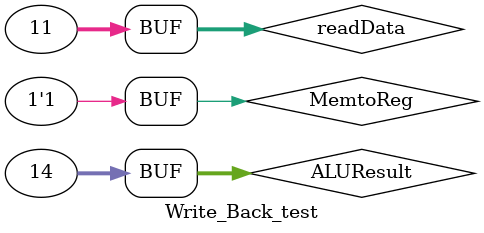
<source format=v>
`timescale 1ns / 1ps
`include "Write_Back.v"
module Write_Back_test;

	// Inputs
	reg MemtoReg;
	reg [31:0] readData;
	reg [31:0] ALUResult;

	// Outputs
	wire [31:0] writeData;
	initial begin
		$dumpfile("Write_Back_test.vcd");
		$dumpvars(0, Write_Back_test);
	end
	// Instantiate the Unit Under Test (UUT)
	Write_Back uut (
		.MemtoReg(MemtoReg), 
		.readData(readData), 
		.ALUResult(ALUResult), 
		.writeData(writeData)
	);

	initial begin

		MemtoReg   = 0;
		readData   = 32'b0000_0000_0000_0000_0000_0000_0000_0010; // 2
		ALUResult = 32'b0000_0000_0000_0000_0000_0000_0000_0011; // 3

		#50;
		
		MemtoReg   = 1;
		readData   = 32'b0000_0000_0000_0000_0000_0000_0000_1011; // 11
		ALUResult = 32'b0000_0000_0000_0000_0000_0000_0000_1110; // 14
        
        #50;

	end
      
endmodule
</source>
